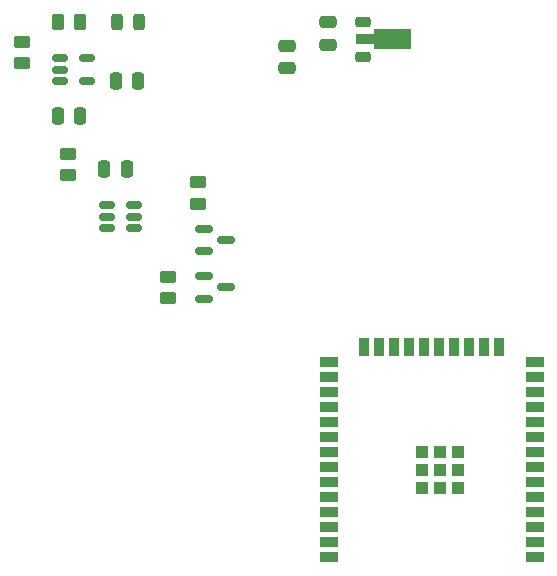
<source format=gbr>
%TF.GenerationSoftware,KiCad,Pcbnew,8.0.1*%
%TF.CreationDate,2024-04-05T23:37:33+02:00*%
%TF.ProjectId,power_system_board,706f7765-725f-4737-9973-74656d5f626f,rev?*%
%TF.SameCoordinates,Original*%
%TF.FileFunction,Paste,Top*%
%TF.FilePolarity,Positive*%
%FSLAX46Y46*%
G04 Gerber Fmt 4.6, Leading zero omitted, Abs format (unit mm)*
G04 Created by KiCad (PCBNEW 8.0.1) date 2024-04-05 23:37:33*
%MOMM*%
%LPD*%
G01*
G04 APERTURE LIST*
G04 Aperture macros list*
%AMRoundRect*
0 Rectangle with rounded corners*
0 $1 Rounding radius*
0 $2 $3 $4 $5 $6 $7 $8 $9 X,Y pos of 4 corners*
0 Add a 4 corners polygon primitive as box body*
4,1,4,$2,$3,$4,$5,$6,$7,$8,$9,$2,$3,0*
0 Add four circle primitives for the rounded corners*
1,1,$1+$1,$2,$3*
1,1,$1+$1,$4,$5*
1,1,$1+$1,$6,$7*
1,1,$1+$1,$8,$9*
0 Add four rect primitives between the rounded corners*
20,1,$1+$1,$2,$3,$4,$5,0*
20,1,$1+$1,$4,$5,$6,$7,0*
20,1,$1+$1,$6,$7,$8,$9,0*
20,1,$1+$1,$8,$9,$2,$3,0*%
%AMFreePoly0*
4,1,9,3.862500,-0.866500,0.737500,-0.866500,0.737500,-0.450000,-0.737500,-0.450000,-0.737500,0.450000,0.737500,0.450000,0.737500,0.866500,3.862500,0.866500,3.862500,-0.866500,3.862500,-0.866500,$1*%
G04 Aperture macros list end*
%ADD10RoundRect,0.225000X-0.425000X-0.225000X0.425000X-0.225000X0.425000X0.225000X-0.425000X0.225000X0*%
%ADD11FreePoly0,0.000000*%
%ADD12RoundRect,0.150000X0.512500X0.150000X-0.512500X0.150000X-0.512500X-0.150000X0.512500X-0.150000X0*%
%ADD13R,1.050000X1.050000*%
%ADD14R,1.500000X0.900000*%
%ADD15R,0.900000X1.500000*%
%ADD16RoundRect,0.150000X-0.512500X-0.150000X0.512500X-0.150000X0.512500X0.150000X-0.512500X0.150000X0*%
%ADD17RoundRect,0.250000X0.450000X-0.262500X0.450000X0.262500X-0.450000X0.262500X-0.450000X-0.262500X0*%
%ADD18RoundRect,0.250000X-0.262500X-0.450000X0.262500X-0.450000X0.262500X0.450000X-0.262500X0.450000X0*%
%ADD19RoundRect,0.250000X-0.450000X0.262500X-0.450000X-0.262500X0.450000X-0.262500X0.450000X0.262500X0*%
%ADD20RoundRect,0.150000X-0.587500X-0.150000X0.587500X-0.150000X0.587500X0.150000X-0.587500X0.150000X0*%
%ADD21RoundRect,0.243750X-0.243750X-0.456250X0.243750X-0.456250X0.243750X0.456250X-0.243750X0.456250X0*%
%ADD22RoundRect,0.250000X0.475000X-0.250000X0.475000X0.250000X-0.475000X0.250000X-0.475000X-0.250000X0*%
%ADD23RoundRect,0.250000X0.250000X0.475000X-0.250000X0.475000X-0.250000X-0.475000X0.250000X-0.475000X0*%
%ADD24RoundRect,0.250000X-0.250000X-0.475000X0.250000X-0.475000X0.250000X0.475000X-0.250000X0.475000X0*%
G04 APERTURE END LIST*
D10*
%TO.C,U4*%
X115050000Y-70500000D03*
D11*
X115137500Y-72000000D03*
D10*
X115050000Y-73500000D03*
%TD*%
D12*
%TO.C,U3*%
X95637500Y-87950000D03*
X95637500Y-87000000D03*
X95637500Y-86050000D03*
X93362500Y-86050000D03*
X93362500Y-87000000D03*
X93362500Y-87950000D03*
%TD*%
D13*
%TO.C,U2*%
X120000000Y-106950000D03*
X120000000Y-108475000D03*
X120000000Y-110000000D03*
X121525000Y-106950000D03*
X121525000Y-108475000D03*
X121525000Y-110000000D03*
X123050000Y-106950000D03*
X123050000Y-108475000D03*
X123050000Y-110000000D03*
D14*
X112095000Y-115815000D03*
X112095000Y-114545000D03*
X112095000Y-113275000D03*
X112095000Y-112005000D03*
X112095000Y-110735000D03*
X112095000Y-109465000D03*
X112095000Y-108195000D03*
X112095000Y-106925000D03*
X112095000Y-105655000D03*
X112095000Y-104385000D03*
X112095000Y-103115000D03*
X112095000Y-101845000D03*
X112095000Y-100575000D03*
X112095000Y-99305000D03*
D15*
X115125000Y-98055000D03*
X116395000Y-98055000D03*
X117665000Y-98055000D03*
X118935000Y-98055000D03*
X120205000Y-98055000D03*
X121475000Y-98055000D03*
X122745000Y-98055000D03*
X124015000Y-98055000D03*
X125285000Y-98055000D03*
X126555000Y-98055000D03*
D14*
X129595000Y-99305000D03*
X129595000Y-100575000D03*
X129595000Y-101845000D03*
X129595000Y-103115000D03*
X129595000Y-104385000D03*
X129595000Y-105655000D03*
X129595000Y-106925000D03*
X129595000Y-108195000D03*
X129595000Y-109465000D03*
X129595000Y-110735000D03*
X129595000Y-112005000D03*
X129595000Y-113275000D03*
X129595000Y-114545000D03*
X129595000Y-115815000D03*
%TD*%
D16*
%TO.C,U1*%
X89325000Y-73600000D03*
X89325000Y-74550000D03*
X89325000Y-75500000D03*
X91600000Y-75500000D03*
X91600000Y-73600000D03*
%TD*%
D17*
%TO.C,R5*%
X101000000Y-85912500D03*
X101000000Y-84087500D03*
%TD*%
D18*
%TO.C,R4*%
X89187500Y-70500000D03*
X91012500Y-70500000D03*
%TD*%
D19*
%TO.C,R3*%
X86100000Y-72175000D03*
X86100000Y-74000000D03*
%TD*%
D17*
%TO.C,R2*%
X90000000Y-83500000D03*
X90000000Y-81675000D03*
%TD*%
%TO.C,R1*%
X98500000Y-93912500D03*
X98500000Y-92087500D03*
%TD*%
D20*
%TO.C,Q2*%
X101562500Y-92050000D03*
X101562500Y-93950000D03*
X103437500Y-93000000D03*
%TD*%
%TO.C,Q1*%
X101562500Y-88050000D03*
X101562500Y-89950000D03*
X103437500Y-89000000D03*
%TD*%
D21*
%TO.C,D1*%
X94162500Y-70500000D03*
X96037500Y-70500000D03*
%TD*%
D22*
%TO.C,C5*%
X108550000Y-74450000D03*
X108550000Y-72550000D03*
%TD*%
%TO.C,C4*%
X112050000Y-72450000D03*
X112050000Y-70550000D03*
%TD*%
D23*
%TO.C,C3*%
X95000000Y-83000000D03*
X93100000Y-83000000D03*
%TD*%
D24*
%TO.C,C2*%
X94100000Y-75500000D03*
X96000000Y-75500000D03*
%TD*%
%TO.C,C1*%
X89150000Y-78500000D03*
X91050000Y-78500000D03*
%TD*%
M02*

</source>
